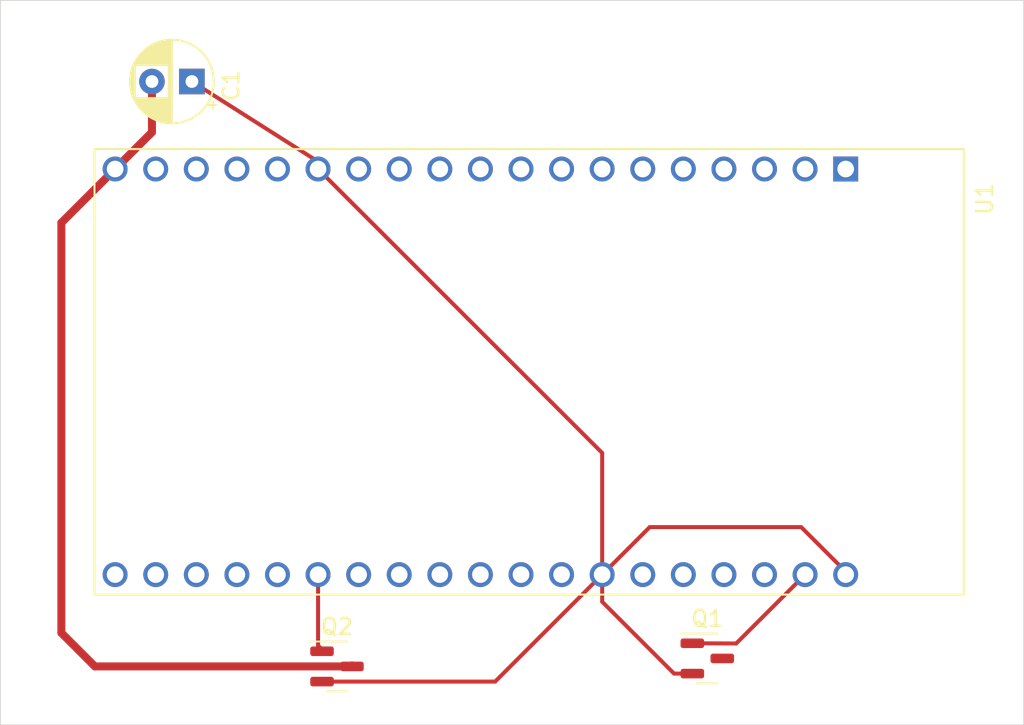
<source format=kicad_pcb>
(kicad_pcb (version 20211014) (generator pcbnew)
  (layers (0 "F.Cu" signal) (31 "B.Cu" signal) (34 "B.Paste" user) (35 "F.Paste" user) (36 "B.SilkS" user "B.Silkscreen") (37 "F.SilkS" user "F.Silkscreen") (38 "B.Mask" user) (39 "F.Mask" user) (44 "Edge.Cuts" user))
  (net 0 "")
  (net 1 "GND")
  (net 2 "/+5V")
  (net 3 "/LCD_SDA")
  (net 4 "/LCD_SCL")
  (net 5 "/SPEAKER_IN")
  (net 18 "+3V3")
  (net 19 "/SPEAKER_DRAIN")
  (net 20 "/JOYSTICK_HORIZONTAL")
  (net 21 "/JOYSTICK_VERTICAL")
  (net 22 "/JOYSTICK_BUTTON")
  (net 24 "/LED_STRIP_DATA")
  (net 27 "/LED_SEGMENTS_DIN")
  (net 28 "/LED_SEGMENTS_CLK")
  (net 29 "/PANEL_BACK_BUTTON")
  (net 30 "/PANEL_RIGHT_BUTTON")
  (net 31 "/PANEL_LEFT_BUTTON")
  (net 35 "/PANEL_START_STOP_BUTTON")
  (footprint "Package_TO_SOT_SMD:SOT-23" (layer "F.Cu") (at 105.2 81.85)
    (fp_text reference "Q1" (at 0 -2.5) (layer "F.SilkS"))
    (fp_text value "AO3401A")
    (fp_line (start 0 1.56) (end 0.65 1.56) (layer "F.SilkS") (width 0.12))
    (fp_line (start 0 -1.56) (end -1.675 -1.56) (layer "F.SilkS") (width 0.12))
    (fp_line (start 0 1.56) (end -0.65 1.56) (layer "F.SilkS") (width 0.12))
    (fp_line (start 0 -1.56) (end 0.65 -1.56) (layer "F.SilkS") (width 0.12))
    (pad "1" smd roundrect locked (at -0.9375 -0.95) (size 1.475 0.6) (layers "F.Cu" "F.Paste" "F.Mask") (net 5 "/SPEAKER_IN"))
    (pad "2" smd roundrect locked (at -0.9375 0.95) (size 1.475 0.6) (layers "F.Cu" "F.Paste" "F.Mask") (net 1 "GND"))
    (pad "3" smd roundrect locked (at 0.9375 0) (size 1.475 0.6) (layers "F.Cu" "F.Paste" "F.Mask") (net 19 "/SPEAKER_DRAIN"))
  )
  (footprint "Package_TO_SOT_SMD:SOT-23" (layer "F.Cu") (at 82.025 82.35)
    (fp_text reference "Q2" (at 0 -2.5) (layer "F.SilkS"))
    (fp_text value "AO3401A")
    (fp_line (start 0 1.56) (end 0.65 1.56) (layer "F.SilkS") (width 0.12))
    (fp_line (start 0 1.56) (end -0.65 1.56) (layer "F.SilkS") (width 0.12))
    (fp_line (start 0 -1.56) (end 0.65 -1.56) (layer "F.SilkS") (width 0.12))
    (fp_line (start 0 -1.56) (end -1.675 -1.56) (layer "F.SilkS") (width 0.12))
    (pad "1" smd roundrect locked (at -0.9375 -0.95) (size 1.475 0.6) (layers "F.Cu" "F.Paste" "F.Mask") (net 24 "/LED_STRIP_DATA"))
    (pad "2" smd roundrect locked (at -0.9375 0.95) (size 1.475 0.6) (layers "F.Cu" "F.Paste" "F.Mask") (net 1 "GND"))
    (pad "3" smd roundrect locked (at 0.9375 0) (size 1.475 0.6) (layers "F.Cu" "F.Paste" "F.Mask") (net 2 "/+5V"))
  )
  (footprint "Capacitor_THT:CP_Radial_D5.0mm_P2.50mm" (layer "F.Cu") (at 72.944888 45.72 180)
    (fp_text reference "C1" (at -2.453 -0.254 90) (layer "F.SilkS"))
    (fp_text value "470uF")
    (fp_line (start 3.531 1.04) (end 3.531 1.251) (layer "F.SilkS") (width 0.12))
    (fp_line (start 2.931 -1.971) (end 2.931 -1.04) (layer "F.SilkS") (width 0.12))
    (fp_line (start 1.37 -2.578) (end 1.37 2.578) (layer "F.SilkS") (width 0.12))
    (fp_line (start 2.251 1.04) (end 2.251 2.382) (layer "F.SilkS") (width 0.12))
    (fp_line (start 3.211 -1.699) (end 3.211 -1.04) (layer "F.SilkS") (width 0.12))
    (fp_line (start 3.131 -1.785) (end 3.131 -1.04) (layer "F.SilkS") (width 0.12))
    (fp_line (start 2.891 1.04) (end 2.891 2.004) (layer "F.SilkS") (width 0.12))
    (fp_line (start 2.611 -2.2) (end 2.611 -1.04) (layer "F.SilkS") (width 0.12))
    (fp_line (start 2.291 1.04) (end 2.291 2.365) (layer "F.SilkS") (width 0.12))
    (fp_line (start 2.931 1.04) (end 2.931 1.971) (layer "F.SilkS") (width 0.12))
    (fp_line (start 2.491 -2.268) (end 2.491 -1.04) (layer "F.SilkS") (width 0.12))
    (fp_line (start 2.611 1.04) (end 2.611 2.2) (layer "F.SilkS") (width 0.12))
    (fp_line (start 1.81 -2.52) (end 1.81 -1.04) (layer "F.SilkS") (width 0.12))
    (fp_line (start 3.691 -0.915) (end 3.691 0.915) (layer "F.SilkS") (width 0.12))
    (fp_line (start 3.371 1.04) (end 3.371 1.5) (layer "F.SilkS") (width 0.12))
    (fp_line (start 2.771 1.04) (end 2.771 2.095) (layer "F.SilkS") (width 0.12))
    (fp_line (start 1.77 -2.528) (end 1.77 -1.04) (layer "F.SilkS") (width 0.12))
    (fp_line (start 2.331 1.04) (end 2.331 2.348) (layer "F.SilkS") (width 0.12))
    (fp_line (start 3.211 1.04) (end 3.211 1.699) (layer "F.SilkS") (width 0.12))
    (fp_line (start 2.731 -2.122) (end 2.731 -1.04) (layer "F.SilkS") (width 0.12))
    (fp_line (start 1.73 -2.536) (end 1.73 -1.04) (layer "F.SilkS") (width 0.12))
    (fp_line (start 3.611 -1.098) (end 3.611 1.098) (layer "F.SilkS") (width 0.12))
    (fp_line (start 3.011 -1.901) (end 3.011 -1.04) (layer "F.SilkS") (width 0.12))
    (fp_line (start 2.091 1.04) (end 2.091 2.442) (layer "F.SilkS") (width 0.12))
    (fp_line (start 3.411 -1.443) (end 3.411 -1.04) (layer "F.SilkS") (width 0.12))
    (fp_line (start 3.091 -1.826) (end 3.091 -1.04) (layer "F.SilkS") (width 0.12))
    (fp_line (start 1.41 -2.576) (end 1.41 2.576) (layer "F.SilkS") (width 0.12))
    (fp_line (start 1.93 -2.491) (end 1.93 -1.04) (layer "F.SilkS") (width 0.12))
    (fp_line (start 2.051 -2.455) (end 2.051 -1.04) (layer "F.SilkS") (width 0.12))
    (fp_line (start 2.491 1.04) (end 2.491 2.268) (layer "F.SilkS") (width 0.12))
    (fp_line (start 1.93 1.04) (end 1.93 2.491) (layer "F.SilkS") (width 0.12))
    (fp_line (start 1.25 -2.58) (end 1.25 2.58) (layer "F.SilkS") (width 0.12))
    (fp_line (start 2.811 -2.065) (end 2.811 -1.04) (layer "F.SilkS") (width 0.12))
    (fp_line (start 1.49 1.04) (end 1.49 2.569) (layer "F.SilkS") (width 0.12))
    (fp_line (start 3.651 -1.011) (end 3.651 1.011) (layer "F.SilkS") (width 0.12))
    (fp_line (start 2.531 1.04) (end 2.531 2.247) (layer "F.SilkS") (width 0.12))
    (fp_line (start 2.531 -2.247) (end 2.531 -1.04) (layer "F.SilkS") (width 0.12))
    (fp_line (start 2.691 -2.149) (end 2.691 -1.04) (layer "F.SilkS") (width 0.12))
    (fp_line (start 3.091 1.04) (end 3.091 1.826) (layer "F.SilkS") (width 0.12))
    (fp_line (start 3.171 -1.743) (end 3.171 -1.04) (layer "F.SilkS") (width 0.12))
    (fp_line (start 2.211 -2.398) (end 2.211 -1.04) (layer "F.SilkS") (width 0.12))
    (fp_line (start 3.811 -0.518) (end 3.811 0.518) (layer "F.SilkS") (width 0.12))
    (fp_line (start 3.131 1.04) (end 3.131 1.785) (layer "F.SilkS") (width 0.12))
    (fp_line (start 2.451 1.04) (end 2.451 2.29) (layer "F.SilkS") (width 0.12))
    (fp_line (start 3.011 1.04) (end 3.011 1.901) (layer "F.SilkS") (width 0.12))
    (fp_line (start 2.971 1.04) (end 2.971 1.937) (layer "F.SilkS") (width 0.12))
    (fp_line (start 3.571 -1.178) (end 3.571 1.178) (layer "F.SilkS") (width 0.12))
    (fp_line (start 3.731 -0.805) (end 3.731 0.805) (layer "F.SilkS") (width 0.12))
    (fp_line (start 2.291 -2.365) (end 2.291 -1.04) (layer "F.SilkS") (width 0.12))
    (fp_line (start 2.451 -2.29) (end 2.451 -1.04) (layer "F.SilkS") (width 0.12))
    (fp_line (start 2.651 -2.175) (end 2.651 -1.04) (layer "F.SilkS") (width 0.12))
    (fp_line (start 1.89 -2.501) (end 1.89 -1.04) (layer "F.SilkS") (width 0.12))
    (fp_line (start 3.531 -1.251) (end 3.531 -1.04) (layer "F.SilkS") (width 0.12))
    (fp_line (start 2.011 1.04) (end 2.011 2.468) (layer "F.SilkS") (width 0.12))
    (fp_line (start 2.171 1.04) (end 2.171 2.414) (layer "F.SilkS") (width 0.12))
    (fp_line (start 3.851 -0.284) (end 3.851 0.284) (layer "F.SilkS") (width 0.12))
    (fp_line (start 3.051 -1.864) (end 3.051 -1.04) (layer "F.SilkS") (width 0.12))
    (fp_line (start -1.304775 -1.725) (end -1.304775 -1.225) (layer "F.SilkS") (width 0.12))
    (fp_line (start 1.89 1.04) (end 1.89 2.501) (layer "F.SilkS") (width 0.12))
    (fp_line (start 3.291 -1.605) (end 3.291 -1.04) (layer "F.SilkS") (width 0.12))
    (fp_line (start 1.81 1.04) (end 1.81 2.52) (layer "F.SilkS") (width 0.12))
    (fp_line (start 3.291 1.04) (end 3.291 1.605) (layer "F.SilkS") (width 0.12))
    (fp_line (start 1.57 1.04) (end 1.57 2.561) (layer "F.SilkS") (width 0.12))
    (fp_line (start 2.011 -2.468) (end 2.011 -1.04) (layer "F.SilkS") (width 0.12))
    (fp_line (start 2.891 -2.004) (end 2.891 -1.04) (layer "F.SilkS") (width 0.12))
    (fp_line (start 2.171 -2.414) (end 2.171 -1.04) (layer "F.SilkS") (width 0.12))
    (fp_line (start 3.251 -1.653) (end 3.251 -1.04) (layer "F.SilkS") (width 0.12))
    (fp_line (start 2.211 1.04) (end 2.211 2.398) (layer "F.SilkS") (width 0.12))
    (fp_line (start 2.411 -2.31) (end 2.411 -1.04) (layer "F.SilkS") (width 0.12))
    (fp_line (start 3.771 -0.677) (end 3.771 0.677) (layer "F.SilkS") (width 0.12))
    (fp_line (start 2.811 1.04) (end 2.811 2.065) (layer "F.SilkS") (width 0.12))
    (fp_line (start 2.411 1.04) (end 2.411 2.31) (layer "F.SilkS") (width 0.12))
    (fp_line (start 2.731 1.04) (end 2.731 2.122) (layer "F.SilkS") (width 0.12))
    (fp_line (start 1.53 1.04) (end 1.53 2.565) (layer "F.SilkS") (width 0.12))
    (fp_line (start 3.371 -1.5) (end 3.371 -1.04) (layer "F.SilkS") (width 0.12))
    (fp_line (start 3.451 1.04) (end 3.451 1.383) (layer "F.SilkS") (width 0.12))
    (fp_line (start 2.971 -1.937) (end 2.971 -1.04) (layer "F.SilkS") (width 0.12))
    (fp_line (start 1.971 1.04) (end 1.971 2.48) (layer "F.SilkS") (width 0.12))
    (fp_line (start 2.131 1.04) (end 2.131 2.428) (layer "F.SilkS") (width 0.12))
    (fp_line (start 1.77 1.04) (end 1.77 2.528) (layer "F.SilkS") (width 0.12))
    (fp_line (start 2.131 -2.428) (end 2.131 -1.04) (layer "F.SilkS") (width 0.12))
    (fp_line (start 2.571 1.04) (end 2.571 2.224) (layer "F.SilkS") (width 0.12))
    (fp_line (start 2.251 -2.382) (end 2.251 -1.04) (layer "F.SilkS") (width 0.12))
    (fp_line (start 3.331 -1.554) (end 3.331 -1.04) (layer "F.SilkS") (width 0.12))
    (fp_line (start 1.85 1.04) (end 1.85 2.511) (layer "F.SilkS") (width 0.12))
    (fp_line (start 1.65 -2.55) (end 1.65 -1.04) (layer "F.SilkS") (width 0.12))
    (fp_line (start 1.65 1.04) (end 1.65 2.55) (layer "F.SilkS") (width 0.12))
    (fp_line (start 1.53 -2.565) (end 1.53 -1.04) (layer "F.SilkS") (width 0.12))
    (fp_line (start 2.771 -2.095) (end 2.771 -1.04) (layer "F.SilkS") (width 0.12))
    (fp_line (start 3.451 -1.383) (end 3.451 -1.04) (layer "F.SilkS") (width 0.12))
    (fp_line (start 3.491 -1.319) (end 3.491 -1.04) (layer "F.SilkS") (width 0.12))
    (fp_line (start 2.851 1.04) (end 2.851 2.035) (layer "F.SilkS") (width 0.12))
    (fp_line (start 1.49 -2.569) (end 1.49 -1.04) (layer "F.SilkS") (width 0.12))
    (fp_line (start 1.29 -2.58) (end 1.29 2.58) (layer "F.SilkS") (width 0.12))
    (fp_line (start 2.851 -2.035) (end 2.851 -1.04) (layer "F.SilkS") (width 0.12))
    (fp_line (start 3.051 1.04) (end 3.051 1.864) (layer "F.SilkS") (width 0.12))
    (fp_line (start 2.371 1.04) (end 2.371 2.329) (layer "F.SilkS") (width 0.12))
    (fp_line (start 1.73 1.04) (end 1.73 2.536) (layer "F.SilkS") (width 0.12))
    (fp_line (start 1.45 -2.573) (end 1.45 2.573) (layer "F.SilkS") (width 0.12))
    (fp_line (start 2.091 -2.442) (end 2.091 -1.04) (layer "F.SilkS") (width 0.12))
    (fp_line (start 2.371 -2.329) (end 2.371 -1.04) (layer "F.SilkS") (width 0.12))
    (fp_line (start 2.051 1.04) (end 2.051 2.455) (layer "F.SilkS") (width 0.12))
    (fp_line (start 1.33 -2.579) (end 1.33 2.579) (layer "F.SilkS") (width 0.12))
    (fp_line (start 3.171 1.04) (end 3.171 1.743) (layer "F.SilkS") (width 0.12))
    (fp_line (start 2.331 -2.348) (end 2.331 -1.04) (layer "F.SilkS") (width 0.12))
    (fp_line (start 1.971 -2.48) (end 1.971 -1.04) (layer "F.SilkS") (width 0.12))
    (fp_line (start 1.69 -2.543) (end 1.69 -1.04) (layer "F.SilkS") (width 0.12))
    (fp_line (start 2.571 -2.224) (end 2.571 -1.04) (layer "F.SilkS") (width 0.12))
    (fp_line (start 3.331 1.04) (end 3.331 1.554) (layer "F.SilkS") (width 0.12))
    (fp_line (start 2.651 1.04) (end 2.651 2.175) (layer "F.SilkS") (width 0.12))
    (fp_line (start 1.57 -2.561) (end 1.57 -1.04) (layer "F.SilkS") (width 0.12))
    (fp_line (start -1.554775 -1.475) (end -1.054775 -1.475) (layer "F.SilkS") (width 0.12))
    (fp_line (start 3.491 1.04) (end 3.491 1.319) (layer "F.SilkS") (width 0.12))
    (fp_line (start 3.411 1.04) (end 3.411 1.443) (layer "F.SilkS") (width 0.12))
    (fp_line (start 2.691 1.04) (end 2.691 2.149) (layer "F.SilkS") (width 0.12))
    (fp_line (start 1.61 1.04) (end 1.61 2.556) (layer "F.SilkS") (width 0.12))
    (fp_line (start 1.69 1.04) (end 1.69 2.543) (layer "F.SilkS") (width 0.12))
    (fp_line (start 3.251 1.04) (end 3.251 1.653) (layer "F.SilkS") (width 0.12))
    (fp_line (start 1.85 -2.511) (end 1.85 -1.04) (layer "F.SilkS") (width 0.12))
    (fp_line (start 1.61 -2.556) (end 1.61 -1.04) (layer "F.SilkS") (width 0.12))
    (fp_circle (center 1.25 0) (end 3.87 0) (layer "F.SilkS") (width 0.12) (fill none))
    (pad "1" thru_hole rect locked (at 0 0 180) (size 1.6 1.6) (drill 0.8) (layers *.Cu *.Mask) (net 1 "GND"))
    (pad "2" thru_hole circle locked (at 2.5 0 180) (size 1.6 1.6) (drill 0.8) (layers *.Cu *.Mask) (net 2 "/+5V"))
  )
  (footprint "ESP32:MODULE_ESP32-DEVKITC-32D" (layer "F.Cu") (at 94.1 63.9 -90)
    (fp_text reference "U1" (at -10.829175 -28.446045 90) (layer "F.SilkS") (effects (font (size 1.000386 1.000386))))
    (fp_text value "ESP32-DEVKITC-32D")
    (fp_line (start -13.95 27.25) (end -13.95 -27.15) (layer "F.SilkS") (width 0.127))
    (fp_line (start 13.95 27.25) (end -13.95 27.25) (layer "F.SilkS") (width 0.127))
    (fp_line (start -13.95 -27.15) (end 13.95 -27.15) (layer "F.SilkS") (width 0.127))
    (fp_line (start 13.95 -27.15) (end 13.95 27.25) (layer "F.SilkS") (width 0.127))
    (pad "1" thru_hole rect locked (at -12.7 -19.76 270) (size 1.56 1.56) (drill 1.04) (layers *.Cu *.Mask) (net 18 "+3V3"))
    (pad "2" thru_hole circle locked (at -12.7 -17.22 270) (size 1.56 1.56) (drill 1.04) (layers *.Cu *.Mask))
    (pad "3" thru_hole circle locked (at -12.7 -14.68 270) (size 1.56 1.56) (drill 1.04) (layers *.Cu *.Mask) (net 20 "/JOYSTICK_HORIZONTAL"))
    (pad "4" thru_hole circle locked (at -12.7 -12.14 270) (size 1.56 1.56) (drill 1.04) (layers *.Cu *.Mask) (net 21 "/JOYSTICK_VERTICAL"))
    (pad "5" thru_hole circle locked (at -12.7 -9.6 270) (size 1.56 1.56) (drill 1.04) (layers *.Cu *.Mask) (net 22 "/JOYSTICK_BUTTON"))
    (pad "6" thru_hole circle locked (at -12.7 -7.06 270) (size 1.56 1.56) (drill 1.04) (layers *.Cu *.Mask))
    (pad "7" thru_hole circle locked (at -12.7 -4.52 270) (size 1.56 1.56) (drill 1.04) (layers *.Cu *.Mask) (net 27 "/LED_SEGMENTS_DIN"))
    (pad "8" thru_hole circle locked (at -12.7 -1.98 270) (size 1.56 1.56) (drill 1.04) (layers *.Cu *.Mask) (net 28 "/LED_SEGMENTS_CLK"))
    (pad "9" thru_hole circle locked (at -12.7 0.56 270) (size 1.56 1.56) (drill 1.04) (layers *.Cu *.Mask) (net 31 "/PANEL_LEFT_BUTTON"))
    (pad "10" thru_hole circle locked (at -12.7 3.1 270) (size 1.56 1.56) (drill 1.04) (layers *.Cu *.Mask))
    (pad "11" thru_hole circle locked (at -12.7 5.64 270) (size 1.56 1.56) (drill 1.04) (layers *.Cu *.Mask) (net 30 "/PANEL_RIGHT_BUTTON"))
    (pad "12" thru_hole circle locked (at -12.7 8.18 270) (size 1.56 1.56) (drill 1.04) (layers *.Cu *.Mask))
    (pad "13" thru_hole circle locked (at -12.7 10.72 270) (size 1.56 1.56) (drill 1.04) (layers *.Cu *.Mask) (net 35 "/PANEL_START_STOP_BUTTON"))
    (pad "14" thru_hole circle locked (at -12.7 13.26 270) (size 1.56 1.56) (drill 1.04) (layers *.Cu *.Mask) (net 1 "GND"))
    (pad "15" thru_hole circle locked (at -12.7 15.8 270) (size 1.56 1.56) (drill 1.04) (layers *.Cu *.Mask) (net 29 "/PANEL_BACK_BUTTON"))
    (pad "16" thru_hole circle locked (at -12.7 18.34 270) (size 1.56 1.56) (drill 1.04) (layers *.Cu *.Mask))
    (pad "17" thru_hole circle locked (at -12.7 20.88 270) (size 1.56 1.56) (drill 1.04) (layers *.Cu *.Mask))
    (pad "18" thru_hole circle locked (at -12.7 23.42 270) (size 1.56 1.56) (drill 1.04) (layers *.Cu *.Mask))
    (pad "19" thru_hole circle locked (at -12.7 25.96 270) (size 1.56 1.56) (drill 1.04) (layers *.Cu *.Mask) (net 2 "/+5V"))
    (pad "20" thru_hole circle locked (at 12.7 -19.76 270) (size 1.56 1.56) (drill 1.04) (layers *.Cu *.Mask) (net 1 "GND"))
    (pad "21" thru_hole circle locked (at 12.7 -17.22 270) (size 1.56 1.56) (drill 1.04) (layers *.Cu *.Mask) (net 5 "/SPEAKER_IN"))
    (pad "22" thru_hole circle locked (at 12.7 -14.68 270) (size 1.56 1.56) (drill 1.04) (layers *.Cu *.Mask) (net 4 "/LCD_SCL"))
    (pad "23" thru_hole circle locked (at 12.7 -12.14 270) (size 1.56 1.56) (drill 1.04) (layers *.Cu *.Mask))
    (pad "24" thru_hole circle locked (at 12.7 -9.6 270) (size 1.56 1.56) (drill 1.04) (layers *.Cu *.Mask))
    (pad "25" thru_hole circle locked (at 12.7 -7.06 270) (size 1.56 1.56) (drill 1.04) (layers *.Cu *.Mask) (net 3 "/LCD_SDA"))
    (pad "26" thru_hole circle locked (at 12.7 -4.52 270) (size 1.56 1.56) (drill 1.04) (layers *.Cu *.Mask) (net 1 "GND"))
    (pad "27" thru_hole circle locked (at 12.7 -1.98 270) (size 1.56 1.56) (drill 1.04) (layers *.Cu *.Mask))
    (pad "28" thru_hole circle locked (at 12.7 0.56 270) (size 1.56 1.56) (drill 1.04) (layers *.Cu *.Mask))
    (pad "29" thru_hole circle locked (at 12.7 3.1 270) (size 1.56 1.56) (drill 1.04) (layers *.Cu *.Mask))
    (pad "30" thru_hole circle locked (at 12.7 5.64 270) (size 1.56 1.56) (drill 1.04) (layers *.Cu *.Mask))
    (pad "31" thru_hole circle locked (at 12.7 8.18 270) (size 1.56 1.56) (drill 1.04) (layers *.Cu *.Mask))
    (pad "32" thru_hole circle locked (at 12.7 10.72 270) (size 1.56 1.56) (drill 1.04) (layers *.Cu *.Mask))
    (pad "33" thru_hole circle locked (at 12.7 13.26 270) (size 1.56 1.56) (drill 1.04) (layers *.Cu *.Mask) (net 24 "/LED_STRIP_DATA"))
    (pad "34" thru_hole circle locked (at 12.7 15.8 270) (size 1.56 1.56) (drill 1.04) (layers *.Cu *.Mask))
    (pad "35" thru_hole circle locked (at 12.7 18.34 270) (size 1.56 1.56) (drill 1.04) (layers *.Cu *.Mask))
    (pad "36" thru_hole circle locked (at 12.7 20.88 270) (size 1.56 1.56) (drill 1.04) (layers *.Cu *.Mask))
    (pad "37" thru_hole circle locked (at 12.7 23.42 270) (size 1.56 1.56) (drill 1.04) (layers *.Cu *.Mask))
    (pad "38" thru_hole circle locked (at 12.7 25.96 270) (size 1.56 1.56) (drill 1.04) (layers *.Cu *.Mask))
  )
  (gr_line (start 125 86) (end 125 40.64) (layer "Edge.Cuts") (width 0.05))
  (gr_line (start 60.96 86) (end 125 86) (layer "Edge.Cuts") (width 0.05))
  (gr_line (start 60.96 40.64) (end 60.96 86) (layer "Edge.Cuts") (width 0.05))
  (gr_line (start 60.96 40.64) (end 125 40.64) (layer "Edge.Cuts") (width 0.05))
  (segment (start 101.595 73.625) (end 98.62 76.6) (width 0.25) (layer "F.Cu") (net 1))
  (segment (start 98.62 78.3) (end 98.62 76.6) (width 0.25) (layer "F.Cu") (net 1))
  (segment (start 80.84 50.735) (end 72.944888 45.72) (width 0.25) (layer "F.Cu") (net 1))
  (segment (start 80.84 51.2) (end 80.84 50.735) (width 0.25) (layer "F.Cu") (net 1))
  (segment (start 81.0875 83.3) (end 91.92 83.3) (width 0.25) (layer "F.Cu") (net 1))
  (segment (start 113.86 76.6) (end 114.05 76.6) (width 0.25) (layer "F.Cu") (net 1))
  (segment (start 98.62 68.98) (end 80.84 51.2) (width 0.25) (layer "F.Cu") (net 1))
  (segment (start 111.075 73.625) (end 101.595 73.625) (width 0.25) (layer "F.Cu") (net 1))
  (segment (start 98.62 76.6) (end 98.62 68.98) (width 0.25) (layer "F.Cu") (net 1))
  (segment (start 114.05 76.6) (end 111.075 73.625) (width 0.25) (layer "F.Cu") (net 1))
  (segment (start 103.12 82.8) (end 98.62 78.3) (width 0.25) (layer "F.Cu") (net 1))
  (segment (start 91.92 83.3) (end 98.62 76.6) (width 0.25) (layer "F.Cu") (net 1))
  (segment (start 104.2625 82.8) (end 103.12 82.8) (width 0.25) (layer "F.Cu") (net 1))
  (segment (start 82.9625 82.2875) (end 82.90048 82.34952) (width 0.5) (layer "F.Cu") (net 2))
  (segment (start 66.87452 82.34952) (end 64.775 80.25) (width 0.5) (layer "F.Cu") (net 2))
  (segment (start 82.90048 82.34952) (end 66.87452 82.34952) (width 0.5) (layer "F.Cu") (net 2))
  (segment (start 70.444888 45.72) (end 70.444888 48.895112) (width 0.5) (layer "F.Cu") (net 2))
  (segment (start 82.9625 82.35) (end 82.9625 82.2875) (width 0.5) (layer "F.Cu") (net 2))
  (segment (start 64.775 54.565) (end 68.14 51.2) (width 0.5) (layer "F.Cu") (net 2))
  (segment (start 70.444888 48.895112) (end 68.14 51.2) (width 0.5) (layer "F.Cu") (net 2))
  (segment (start 64.775 80.25) (end 64.775 54.565) (width 0.5) (layer "F.Cu") (net 2))
  (segment (start 104.2625 80.9) (end 107.0075 80.9125) (width 0.25) (layer "F.Cu") (net 5))
  (segment (start 107.0075 80.9125) (end 111.32 76.6) (width 0.25) (layer "F.Cu") (net 5))
  (segment (start 81.2 81.4) (end 80.84 81.04) (width 0.25) (layer "F.Cu") (net 24))
  (segment (start 81.0875 81.4) (end 81.2 81.4) (width 0.25) (layer "F.Cu") (net 24))
  (segment (start 80.84 81.04) (end 80.84 76.6) (width 0.25) (layer "F.Cu") (net 24))
)
</source>
